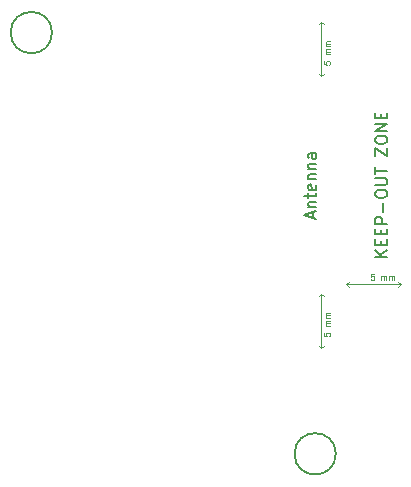
<source format=gbr>
%TF.GenerationSoftware,KiCad,Pcbnew,(6.0.9-0)*%
%TF.CreationDate,2022-11-16T22:53:00+01:00*%
%TF.ProjectId,GlowCoreMini PCB,476c6f77-436f-4726-954d-696e69205043,rev?*%
%TF.SameCoordinates,Original*%
%TF.FileFunction,Other,Comment*%
%FSLAX46Y46*%
G04 Gerber Fmt 4.6, Leading zero omitted, Abs format (unit mm)*
G04 Created by KiCad (PCBNEW (6.0.9-0)) date 2022-11-16 22:53:00*
%MOMM*%
%LPD*%
G01*
G04 APERTURE LIST*
%ADD10C,0.100000*%
%ADD11C,0.150000*%
G04 APERTURE END LIST*
D10*
%TO.C,U1*%
X111081040Y-53673695D02*
X111081040Y-53911790D01*
X111319135Y-53935600D01*
X111295326Y-53911790D01*
X111271516Y-53864171D01*
X111271516Y-53745123D01*
X111295326Y-53697504D01*
X111319135Y-53673695D01*
X111366754Y-53649885D01*
X111485802Y-53649885D01*
X111533421Y-53673695D01*
X111557230Y-53697504D01*
X111581040Y-53745123D01*
X111581040Y-53864171D01*
X111557230Y-53911790D01*
X111533421Y-53935600D01*
X111581040Y-53054647D02*
X111247707Y-53054647D01*
X111295326Y-53054647D02*
X111271516Y-53030838D01*
X111247707Y-52983219D01*
X111247707Y-52911790D01*
X111271516Y-52864171D01*
X111319135Y-52840361D01*
X111581040Y-52840361D01*
X111319135Y-52840361D02*
X111271516Y-52816552D01*
X111247707Y-52768933D01*
X111247707Y-52697504D01*
X111271516Y-52649885D01*
X111319135Y-52626076D01*
X111581040Y-52626076D01*
X111581040Y-52387980D02*
X111247707Y-52387980D01*
X111295326Y-52387980D02*
X111271516Y-52364171D01*
X111247707Y-52316552D01*
X111247707Y-52245123D01*
X111271516Y-52197504D01*
X111319135Y-52173695D01*
X111581040Y-52173695D01*
X111319135Y-52173695D02*
X111271516Y-52149885D01*
X111247707Y-52102266D01*
X111247707Y-52030838D01*
X111271516Y-51983219D01*
X111319135Y-51959409D01*
X111581040Y-51959409D01*
X115316754Y-71661790D02*
X115078659Y-71661790D01*
X115054850Y-71899885D01*
X115078659Y-71876076D01*
X115126278Y-71852266D01*
X115245326Y-71852266D01*
X115292945Y-71876076D01*
X115316754Y-71899885D01*
X115340564Y-71947504D01*
X115340564Y-72066552D01*
X115316754Y-72114171D01*
X115292945Y-72137980D01*
X115245326Y-72161790D01*
X115126278Y-72161790D01*
X115078659Y-72137980D01*
X115054850Y-72114171D01*
X115935802Y-72161790D02*
X115935802Y-71828457D01*
X115935802Y-71876076D02*
X115959611Y-71852266D01*
X116007230Y-71828457D01*
X116078659Y-71828457D01*
X116126278Y-71852266D01*
X116150088Y-71899885D01*
X116150088Y-72161790D01*
X116150088Y-71899885D02*
X116173897Y-71852266D01*
X116221516Y-71828457D01*
X116292945Y-71828457D01*
X116340564Y-71852266D01*
X116364373Y-71899885D01*
X116364373Y-72161790D01*
X116602469Y-72161790D02*
X116602469Y-71828457D01*
X116602469Y-71876076D02*
X116626278Y-71852266D01*
X116673897Y-71828457D01*
X116745326Y-71828457D01*
X116792945Y-71852266D01*
X116816754Y-71899885D01*
X116816754Y-72161790D01*
X116816754Y-71899885D02*
X116840564Y-71852266D01*
X116888183Y-71828457D01*
X116959611Y-71828457D01*
X117007230Y-71852266D01*
X117031040Y-71899885D01*
X117031040Y-72161790D01*
X111081040Y-76673695D02*
X111081040Y-76911790D01*
X111319135Y-76935600D01*
X111295326Y-76911790D01*
X111271516Y-76864171D01*
X111271516Y-76745123D01*
X111295326Y-76697504D01*
X111319135Y-76673695D01*
X111366754Y-76649885D01*
X111485802Y-76649885D01*
X111533421Y-76673695D01*
X111557230Y-76697504D01*
X111581040Y-76745123D01*
X111581040Y-76864171D01*
X111557230Y-76911790D01*
X111533421Y-76935600D01*
X111581040Y-76054647D02*
X111247707Y-76054647D01*
X111295326Y-76054647D02*
X111271516Y-76030838D01*
X111247707Y-75983219D01*
X111247707Y-75911790D01*
X111271516Y-75864171D01*
X111319135Y-75840361D01*
X111581040Y-75840361D01*
X111319135Y-75840361D02*
X111271516Y-75816552D01*
X111247707Y-75768933D01*
X111247707Y-75697504D01*
X111271516Y-75649885D01*
X111319135Y-75626076D01*
X111581040Y-75626076D01*
X111581040Y-75387980D02*
X111247707Y-75387980D01*
X111295326Y-75387980D02*
X111271516Y-75364171D01*
X111247707Y-75316552D01*
X111247707Y-75245123D01*
X111271516Y-75197504D01*
X111319135Y-75173695D01*
X111581040Y-75173695D01*
X111319135Y-75173695D02*
X111271516Y-75149885D01*
X111247707Y-75102266D01*
X111247707Y-75030838D01*
X111271516Y-74983219D01*
X111319135Y-74959409D01*
X111581040Y-74959409D01*
D11*
X116432230Y-70207028D02*
X115432230Y-70207028D01*
X116432230Y-69635600D02*
X115860802Y-70064171D01*
X115432230Y-69635600D02*
X116003659Y-70207028D01*
X115908421Y-69207028D02*
X115908421Y-68873695D01*
X116432230Y-68730838D02*
X116432230Y-69207028D01*
X115432230Y-69207028D01*
X115432230Y-68730838D01*
X115908421Y-68302266D02*
X115908421Y-67968933D01*
X116432230Y-67826076D02*
X116432230Y-68302266D01*
X115432230Y-68302266D01*
X115432230Y-67826076D01*
X116432230Y-67397504D02*
X115432230Y-67397504D01*
X115432230Y-67016552D01*
X115479850Y-66921314D01*
X115527469Y-66873695D01*
X115622707Y-66826076D01*
X115765564Y-66826076D01*
X115860802Y-66873695D01*
X115908421Y-66921314D01*
X115956040Y-67016552D01*
X115956040Y-67397504D01*
X116051278Y-66397504D02*
X116051278Y-65635600D01*
X115432230Y-64968933D02*
X115432230Y-64778457D01*
X115479850Y-64683219D01*
X115575088Y-64587980D01*
X115765564Y-64540361D01*
X116098897Y-64540361D01*
X116289373Y-64587980D01*
X116384611Y-64683219D01*
X116432230Y-64778457D01*
X116432230Y-64968933D01*
X116384611Y-65064171D01*
X116289373Y-65159409D01*
X116098897Y-65207028D01*
X115765564Y-65207028D01*
X115575088Y-65159409D01*
X115479850Y-65064171D01*
X115432230Y-64968933D01*
X115432230Y-64111790D02*
X116241754Y-64111790D01*
X116336992Y-64064171D01*
X116384611Y-64016552D01*
X116432230Y-63921314D01*
X116432230Y-63730838D01*
X116384611Y-63635600D01*
X116336992Y-63587980D01*
X116241754Y-63540361D01*
X115432230Y-63540361D01*
X115432230Y-63207028D02*
X115432230Y-62635600D01*
X116432230Y-62921314D02*
X115432230Y-62921314D01*
X115432230Y-61635600D02*
X115432230Y-60968933D01*
X116432230Y-61635600D01*
X116432230Y-60968933D01*
X115432230Y-60397504D02*
X115432230Y-60207028D01*
X115479850Y-60111790D01*
X115575088Y-60016552D01*
X115765564Y-59968933D01*
X116098897Y-59968933D01*
X116289373Y-60016552D01*
X116384611Y-60111790D01*
X116432230Y-60207028D01*
X116432230Y-60397504D01*
X116384611Y-60492742D01*
X116289373Y-60587980D01*
X116098897Y-60635600D01*
X115765564Y-60635600D01*
X115575088Y-60587980D01*
X115479850Y-60492742D01*
X115432230Y-60397504D01*
X116432230Y-59540361D02*
X115432230Y-59540361D01*
X116432230Y-58968933D01*
X115432230Y-58968933D01*
X115908421Y-58492742D02*
X115908421Y-58159409D01*
X116432230Y-58016552D02*
X116432230Y-58492742D01*
X115432230Y-58492742D01*
X115432230Y-58016552D01*
X110146516Y-66897504D02*
X110146516Y-66421314D01*
X110432230Y-66992742D02*
X109432230Y-66659409D01*
X110432230Y-66326076D01*
X109765564Y-65992742D02*
X110432230Y-65992742D01*
X109860802Y-65992742D02*
X109813183Y-65945123D01*
X109765564Y-65849885D01*
X109765564Y-65707028D01*
X109813183Y-65611790D01*
X109908421Y-65564171D01*
X110432230Y-65564171D01*
X109765564Y-65230838D02*
X109765564Y-64849885D01*
X109432230Y-65087980D02*
X110289373Y-65087980D01*
X110384611Y-65040361D01*
X110432230Y-64945123D01*
X110432230Y-64849885D01*
X110384611Y-64135600D02*
X110432230Y-64230838D01*
X110432230Y-64421314D01*
X110384611Y-64516552D01*
X110289373Y-64564171D01*
X109908421Y-64564171D01*
X109813183Y-64516552D01*
X109765564Y-64421314D01*
X109765564Y-64230838D01*
X109813183Y-64135600D01*
X109908421Y-64087980D01*
X110003659Y-64087980D01*
X110098897Y-64564171D01*
X109765564Y-63659409D02*
X110432230Y-63659409D01*
X109860802Y-63659409D02*
X109813183Y-63611790D01*
X109765564Y-63516552D01*
X109765564Y-63373695D01*
X109813183Y-63278457D01*
X109908421Y-63230838D01*
X110432230Y-63230838D01*
X109765564Y-62754647D02*
X110432230Y-62754647D01*
X109860802Y-62754647D02*
X109813183Y-62707028D01*
X109765564Y-62611790D01*
X109765564Y-62468933D01*
X109813183Y-62373695D01*
X109908421Y-62326076D01*
X110432230Y-62326076D01*
X110432230Y-61421314D02*
X109908421Y-61421314D01*
X109813183Y-61468933D01*
X109765564Y-61564171D01*
X109765564Y-61754647D01*
X109813183Y-61849885D01*
X110384611Y-61421314D02*
X110432230Y-61516552D01*
X110432230Y-61754647D01*
X110384611Y-61849885D01*
X110289373Y-61897504D01*
X110194135Y-61897504D01*
X110098897Y-61849885D01*
X110051278Y-61754647D01*
X110051278Y-61516552D01*
X110003659Y-61421314D01*
%TO.C,H1*%
X88059200Y-51231800D02*
G75*
G03*
X88059200Y-51231800I-1750000J0D01*
G01*
%TO.C,H2*%
X112087600Y-86893400D02*
G75*
G03*
X112087600Y-86893400I-1750000J0D01*
G01*
D10*
%TO.C,U1*%
X110854850Y-50335600D02*
X110654850Y-50535600D01*
X110854850Y-54935600D02*
X111054850Y-54735600D01*
X110854850Y-73335600D02*
X111054850Y-73535600D01*
X112979850Y-72535600D02*
X113179850Y-72735600D01*
X110854850Y-73335600D02*
X110854850Y-77935600D01*
X112979850Y-72535600D02*
X113179850Y-72335600D01*
X110854850Y-77935600D02*
X110654850Y-77735600D01*
X117579850Y-72535600D02*
X117379850Y-72735600D01*
X110854850Y-50335600D02*
X111054850Y-50535600D01*
X110854850Y-77935600D02*
X111054850Y-77735600D01*
X110854850Y-50335600D02*
X110854850Y-54935600D01*
X110854850Y-73335600D02*
X110654850Y-73535600D01*
X112979850Y-72535600D02*
X117579850Y-72535600D01*
X110854850Y-54935600D02*
X110654850Y-54735600D01*
X117579850Y-72535600D02*
X117379850Y-72335600D01*
%TD*%
M02*

</source>
